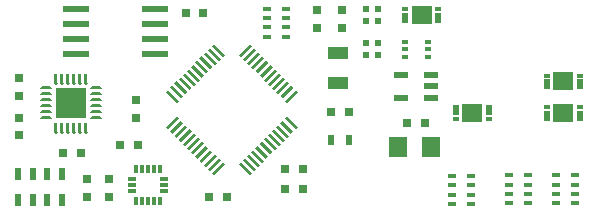
<source format=gbr>
G04 #@! TF.FileFunction,Paste,Top*
%FSLAX46Y46*%
G04 Gerber Fmt 4.6, Leading zero omitted, Abs format (unit mm)*
G04 Created by KiCad (PCBNEW 4.0.4-stable) date 06/15/19 16:16:51*
%MOMM*%
%LPD*%
G01*
G04 APERTURE LIST*
%ADD10C,0.100000*%
%ADD11R,0.600000X0.500000*%
%ADD12R,0.800000X0.750000*%
%ADD13R,0.750000X0.800000*%
%ADD14R,0.600000X0.420000*%
%ADD15R,0.530000X0.850000*%
%ADD16R,0.530000X0.350000*%
%ADD17R,1.800000X1.600000*%
%ADD18R,0.800000X0.400000*%
%ADD19R,0.500000X0.900000*%
%ADD20R,1.600000X1.800000*%
%ADD21R,1.200000X0.550000*%
%ADD22R,0.300000X0.700000*%
%ADD23R,0.700000X0.300000*%
%ADD24O,0.254000X1.016000*%
%ADD25O,1.016000X0.254000*%
%ADD26R,2.616200X2.616200*%
%ADD27R,0.600000X1.100000*%
%ADD28R,2.209800X0.609600*%
%ADD29R,1.800000X1.000000*%
G04 APERTURE END LIST*
D10*
G36*
X133430200Y-59111800D02*
X133430200Y-59594400D01*
X133912800Y-59594400D01*
X133912800Y-59111800D01*
X133430200Y-59111800D01*
G37*
G36*
X133430200Y-60381800D02*
X133430200Y-60864400D01*
X133912800Y-60864400D01*
X133912800Y-60381800D01*
X133430200Y-60381800D01*
G37*
G36*
X132223700Y-59124500D02*
X132223700Y-59607100D01*
X132706300Y-59607100D01*
X132706300Y-59124500D01*
X132223700Y-59124500D01*
G37*
G36*
X132223700Y-60343700D02*
X132223700Y-60826300D01*
X132706300Y-60826300D01*
X132706300Y-60343700D01*
X132223700Y-60343700D01*
G37*
G36*
X152091689Y-58820621D02*
X152268466Y-58997398D01*
X151349227Y-59916637D01*
X151172450Y-59739860D01*
X152091689Y-58820621D01*
X152091689Y-58820621D01*
G37*
G36*
X151738136Y-58467068D02*
X151914913Y-58643845D01*
X150995674Y-59563084D01*
X150818897Y-59386307D01*
X151738136Y-58467068D01*
X151738136Y-58467068D01*
G37*
G36*
X151384582Y-58113514D02*
X151561359Y-58290291D01*
X150642120Y-59209530D01*
X150465343Y-59032753D01*
X151384582Y-58113514D01*
X151384582Y-58113514D01*
G37*
G36*
X151031029Y-57759961D02*
X151207806Y-57936738D01*
X150288567Y-58855977D01*
X150111790Y-58679200D01*
X151031029Y-57759961D01*
X151031029Y-57759961D01*
G37*
G36*
X150677476Y-57406408D02*
X150854253Y-57583185D01*
X149935014Y-58502424D01*
X149758237Y-58325647D01*
X150677476Y-57406408D01*
X150677476Y-57406408D01*
G37*
G36*
X150323922Y-57052854D02*
X150500699Y-57229631D01*
X149581460Y-58148870D01*
X149404683Y-57972093D01*
X150323922Y-57052854D01*
X150323922Y-57052854D01*
G37*
G36*
X149970369Y-56699301D02*
X150147146Y-56876078D01*
X149227907Y-57795317D01*
X149051130Y-57618540D01*
X149970369Y-56699301D01*
X149970369Y-56699301D01*
G37*
G36*
X149616815Y-56345747D02*
X149793592Y-56522524D01*
X148874353Y-57441763D01*
X148697576Y-57264986D01*
X149616815Y-56345747D01*
X149616815Y-56345747D01*
G37*
G36*
X149263262Y-55992194D02*
X149440039Y-56168971D01*
X148520800Y-57088210D01*
X148344023Y-56911433D01*
X149263262Y-55992194D01*
X149263262Y-55992194D01*
G37*
G36*
X148909709Y-55638641D02*
X149086486Y-55815418D01*
X148167247Y-56734657D01*
X147990470Y-56557880D01*
X148909709Y-55638641D01*
X148909709Y-55638641D01*
G37*
G36*
X148556155Y-55285087D02*
X148732932Y-55461864D01*
X147813693Y-56381103D01*
X147636916Y-56204326D01*
X148556155Y-55285087D01*
X148556155Y-55285087D01*
G37*
G36*
X148202602Y-54931534D02*
X148379379Y-55108311D01*
X147460140Y-56027550D01*
X147283363Y-55850773D01*
X148202602Y-54931534D01*
X148202602Y-54931534D01*
G37*
G36*
X145020621Y-55108311D02*
X145197398Y-54931534D01*
X146116637Y-55850773D01*
X145939860Y-56027550D01*
X145020621Y-55108311D01*
X145020621Y-55108311D01*
G37*
G36*
X144667068Y-55461864D02*
X144843845Y-55285087D01*
X145763084Y-56204326D01*
X145586307Y-56381103D01*
X144667068Y-55461864D01*
X144667068Y-55461864D01*
G37*
G36*
X144313514Y-55815418D02*
X144490291Y-55638641D01*
X145409530Y-56557880D01*
X145232753Y-56734657D01*
X144313514Y-55815418D01*
X144313514Y-55815418D01*
G37*
G36*
X143959961Y-56168971D02*
X144136738Y-55992194D01*
X145055977Y-56911433D01*
X144879200Y-57088210D01*
X143959961Y-56168971D01*
X143959961Y-56168971D01*
G37*
G36*
X143606408Y-56522524D02*
X143783185Y-56345747D01*
X144702424Y-57264986D01*
X144525647Y-57441763D01*
X143606408Y-56522524D01*
X143606408Y-56522524D01*
G37*
G36*
X143252854Y-56876078D02*
X143429631Y-56699301D01*
X144348870Y-57618540D01*
X144172093Y-57795317D01*
X143252854Y-56876078D01*
X143252854Y-56876078D01*
G37*
G36*
X142899301Y-57229631D02*
X143076078Y-57052854D01*
X143995317Y-57972093D01*
X143818540Y-58148870D01*
X142899301Y-57229631D01*
X142899301Y-57229631D01*
G37*
G36*
X142545747Y-57583185D02*
X142722524Y-57406408D01*
X143641763Y-58325647D01*
X143464986Y-58502424D01*
X142545747Y-57583185D01*
X142545747Y-57583185D01*
G37*
G36*
X142192194Y-57936738D02*
X142368971Y-57759961D01*
X143288210Y-58679200D01*
X143111433Y-58855977D01*
X142192194Y-57936738D01*
X142192194Y-57936738D01*
G37*
G36*
X141838641Y-58290291D02*
X142015418Y-58113514D01*
X142934657Y-59032753D01*
X142757880Y-59209530D01*
X141838641Y-58290291D01*
X141838641Y-58290291D01*
G37*
G36*
X141485087Y-58643845D02*
X141661864Y-58467068D01*
X142581103Y-59386307D01*
X142404326Y-59563084D01*
X141485087Y-58643845D01*
X141485087Y-58643845D01*
G37*
G36*
X141131534Y-58997398D02*
X141308311Y-58820621D01*
X142227550Y-59739860D01*
X142050773Y-59916637D01*
X141131534Y-58997398D01*
X141131534Y-58997398D01*
G37*
G36*
X142050773Y-61083363D02*
X142227550Y-61260140D01*
X141308311Y-62179379D01*
X141131534Y-62002602D01*
X142050773Y-61083363D01*
X142050773Y-61083363D01*
G37*
G36*
X142404326Y-61436916D02*
X142581103Y-61613693D01*
X141661864Y-62532932D01*
X141485087Y-62356155D01*
X142404326Y-61436916D01*
X142404326Y-61436916D01*
G37*
G36*
X142757880Y-61790470D02*
X142934657Y-61967247D01*
X142015418Y-62886486D01*
X141838641Y-62709709D01*
X142757880Y-61790470D01*
X142757880Y-61790470D01*
G37*
G36*
X143111433Y-62144023D02*
X143288210Y-62320800D01*
X142368971Y-63240039D01*
X142192194Y-63063262D01*
X143111433Y-62144023D01*
X143111433Y-62144023D01*
G37*
G36*
X143464986Y-62497576D02*
X143641763Y-62674353D01*
X142722524Y-63593592D01*
X142545747Y-63416815D01*
X143464986Y-62497576D01*
X143464986Y-62497576D01*
G37*
G36*
X143818540Y-62851130D02*
X143995317Y-63027907D01*
X143076078Y-63947146D01*
X142899301Y-63770369D01*
X143818540Y-62851130D01*
X143818540Y-62851130D01*
G37*
G36*
X144172093Y-63204683D02*
X144348870Y-63381460D01*
X143429631Y-64300699D01*
X143252854Y-64123922D01*
X144172093Y-63204683D01*
X144172093Y-63204683D01*
G37*
G36*
X144525647Y-63558237D02*
X144702424Y-63735014D01*
X143783185Y-64654253D01*
X143606408Y-64477476D01*
X144525647Y-63558237D01*
X144525647Y-63558237D01*
G37*
G36*
X144879200Y-63911790D02*
X145055977Y-64088567D01*
X144136738Y-65007806D01*
X143959961Y-64831029D01*
X144879200Y-63911790D01*
X144879200Y-63911790D01*
G37*
G36*
X145232753Y-64265343D02*
X145409530Y-64442120D01*
X144490291Y-65361359D01*
X144313514Y-65184582D01*
X145232753Y-64265343D01*
X145232753Y-64265343D01*
G37*
G36*
X145586307Y-64618897D02*
X145763084Y-64795674D01*
X144843845Y-65714913D01*
X144667068Y-65538136D01*
X145586307Y-64618897D01*
X145586307Y-64618897D01*
G37*
G36*
X145939860Y-64972450D02*
X146116637Y-65149227D01*
X145197398Y-66068466D01*
X145020621Y-65891689D01*
X145939860Y-64972450D01*
X145939860Y-64972450D01*
G37*
G36*
X147283363Y-65149227D02*
X147460140Y-64972450D01*
X148379379Y-65891689D01*
X148202602Y-66068466D01*
X147283363Y-65149227D01*
X147283363Y-65149227D01*
G37*
G36*
X147636916Y-64795674D02*
X147813693Y-64618897D01*
X148732932Y-65538136D01*
X148556155Y-65714913D01*
X147636916Y-64795674D01*
X147636916Y-64795674D01*
G37*
G36*
X147990470Y-64442120D02*
X148167247Y-64265343D01*
X149086486Y-65184582D01*
X148909709Y-65361359D01*
X147990470Y-64442120D01*
X147990470Y-64442120D01*
G37*
G36*
X148344023Y-64088567D02*
X148520800Y-63911790D01*
X149440039Y-64831029D01*
X149263262Y-65007806D01*
X148344023Y-64088567D01*
X148344023Y-64088567D01*
G37*
G36*
X148697576Y-63735014D02*
X148874353Y-63558237D01*
X149793592Y-64477476D01*
X149616815Y-64654253D01*
X148697576Y-63735014D01*
X148697576Y-63735014D01*
G37*
G36*
X149051130Y-63381460D02*
X149227907Y-63204683D01*
X150147146Y-64123922D01*
X149970369Y-64300699D01*
X149051130Y-63381460D01*
X149051130Y-63381460D01*
G37*
G36*
X149404683Y-63027907D02*
X149581460Y-62851130D01*
X150500699Y-63770369D01*
X150323922Y-63947146D01*
X149404683Y-63027907D01*
X149404683Y-63027907D01*
G37*
G36*
X149758237Y-62674353D02*
X149935014Y-62497576D01*
X150854253Y-63416815D01*
X150677476Y-63593592D01*
X149758237Y-62674353D01*
X149758237Y-62674353D01*
G37*
G36*
X150111790Y-62320800D02*
X150288567Y-62144023D01*
X151207806Y-63063262D01*
X151031029Y-63240039D01*
X150111790Y-62320800D01*
X150111790Y-62320800D01*
G37*
G36*
X150465343Y-61967247D02*
X150642120Y-61790470D01*
X151561359Y-62709709D01*
X151384582Y-62886486D01*
X150465343Y-61967247D01*
X150465343Y-61967247D01*
G37*
G36*
X150818897Y-61613693D02*
X150995674Y-61436916D01*
X151914913Y-62356155D01*
X151738136Y-62532932D01*
X150818897Y-61613693D01*
X150818897Y-61613693D01*
G37*
G36*
X151172450Y-61260140D02*
X151349227Y-61083363D01*
X152268466Y-62002602D01*
X152091689Y-62179379D01*
X151172450Y-61260140D01*
X151172450Y-61260140D01*
G37*
D11*
X159100000Y-52000000D03*
X158100000Y-52000000D03*
X159100000Y-53000000D03*
X158100000Y-53000000D03*
D12*
X142800000Y-52350000D03*
X144300000Y-52350000D03*
D11*
X158100000Y-55900000D03*
X159100000Y-55900000D03*
X158100000Y-54900000D03*
X159100000Y-54900000D03*
D13*
X153900000Y-53600000D03*
X153900000Y-52100000D03*
D12*
X156600000Y-60750000D03*
X155100000Y-60750000D03*
X151200000Y-65550000D03*
X152700000Y-65550000D03*
X144800000Y-67900000D03*
X146300000Y-67900000D03*
X163050000Y-61600000D03*
X161550000Y-61600000D03*
X151200000Y-67200000D03*
X152700000Y-67200000D03*
D13*
X128650000Y-57850000D03*
X128650000Y-59350000D03*
X128650000Y-62700000D03*
X128650000Y-61200000D03*
X134450000Y-67900000D03*
X134450000Y-66400000D03*
X138550000Y-59700000D03*
X138550000Y-61200000D03*
D12*
X132400000Y-64150000D03*
X133900000Y-64150000D03*
X138750000Y-63500000D03*
X137250000Y-63500000D03*
D13*
X136300000Y-66400000D03*
X136300000Y-67900000D03*
D14*
X161400000Y-56050000D03*
X163300000Y-56050000D03*
X161400000Y-55400000D03*
X163300000Y-55400000D03*
X161400000Y-54750000D03*
X163300000Y-54750000D03*
D13*
X156000000Y-52100000D03*
X156000000Y-53600000D03*
D15*
X165685000Y-60575000D03*
X168455000Y-60575000D03*
D16*
X165685000Y-61325000D03*
X168455000Y-61325000D03*
D17*
X167070000Y-60825000D03*
D15*
X164165000Y-52725000D03*
X161395000Y-52725000D03*
D16*
X164165000Y-51975000D03*
X161395000Y-51975000D03*
D17*
X162780000Y-52475000D03*
D15*
X176165000Y-61075000D03*
X173395000Y-61075000D03*
D16*
X176165000Y-60325000D03*
X173395000Y-60325000D03*
D17*
X174780000Y-60825000D03*
D15*
X176165000Y-58375000D03*
X173395000Y-58375000D03*
D16*
X176165000Y-57625000D03*
X173395000Y-57625000D03*
D17*
X174780000Y-58125000D03*
D18*
X175750000Y-66050000D03*
X174150000Y-66050000D03*
X175750000Y-66850000D03*
X174150000Y-66850000D03*
X175750000Y-67650000D03*
X174150000Y-67650000D03*
X175750000Y-68450000D03*
X174150000Y-68450000D03*
X165350000Y-68500000D03*
X166950000Y-68500000D03*
X165350000Y-67700000D03*
X166950000Y-67700000D03*
X165350000Y-66900000D03*
X166950000Y-66900000D03*
X165350000Y-66100000D03*
X166950000Y-66100000D03*
X170200000Y-68450000D03*
X171800000Y-68450000D03*
X170200000Y-67650000D03*
X171800000Y-67650000D03*
X170200000Y-66850000D03*
X171800000Y-66850000D03*
X170200000Y-66050000D03*
X171800000Y-66050000D03*
D19*
X155100000Y-63050000D03*
X156600000Y-63050000D03*
D20*
X160750000Y-63700000D03*
X163550000Y-63700000D03*
D18*
X151300000Y-51950000D03*
X149700000Y-51950000D03*
X151300000Y-52750000D03*
X149700000Y-52750000D03*
X151300000Y-53550000D03*
X149700000Y-53550000D03*
X151300000Y-54350000D03*
X149700000Y-54350000D03*
D21*
X163600100Y-59500000D03*
X163600100Y-58550000D03*
X163600100Y-57600000D03*
X160999900Y-57600000D03*
X160999900Y-59500000D03*
D22*
X138600000Y-68250000D03*
X139100000Y-68250000D03*
X139600000Y-68250000D03*
X140100000Y-68250000D03*
X140600000Y-68250000D03*
D23*
X140950000Y-67400000D03*
X140950000Y-66900000D03*
X140950000Y-66400000D03*
D22*
X140600000Y-65550000D03*
X140100000Y-65550000D03*
X139600000Y-65550000D03*
X139100000Y-65550000D03*
X138600000Y-65550000D03*
D23*
X138250000Y-66400000D03*
X138250000Y-66900000D03*
X138250000Y-67400000D03*
D24*
X134356700Y-57883800D03*
X133849600Y-57883800D03*
X133347500Y-57883800D03*
X132812500Y-57883800D03*
X132307900Y-57883800D03*
X131803300Y-57883800D03*
D25*
X130978400Y-58683300D03*
X130978400Y-59187900D03*
X130978400Y-59692500D03*
X130978400Y-60227500D03*
X130978400Y-60729600D03*
X130978400Y-61236700D03*
D24*
X131803300Y-62036200D03*
X132307900Y-62036200D03*
X132812500Y-62036200D03*
X133347500Y-62036200D03*
X133849600Y-62036200D03*
X134356700Y-62036200D03*
D25*
X135181600Y-61236700D03*
X135181600Y-60729600D03*
X135181600Y-60227500D03*
X135181600Y-59692500D03*
X135181600Y-59187900D03*
X135181600Y-58683300D03*
D26*
X133090000Y-59970000D03*
D27*
X128575000Y-68200000D03*
X129825000Y-68200000D03*
X131075000Y-68200000D03*
X132325000Y-68200000D03*
X132325000Y-66000000D03*
X131075000Y-66000000D03*
X129825000Y-66000000D03*
X128575000Y-66000000D03*
D28*
X140228200Y-55805000D03*
X140228200Y-54535000D03*
X140228200Y-53265000D03*
X140228200Y-51995000D03*
X133497200Y-51995000D03*
X133497200Y-53265000D03*
X133497200Y-54535000D03*
X133497200Y-55805000D03*
D29*
X155650000Y-58250000D03*
X155650000Y-55750000D03*
M02*

</source>
